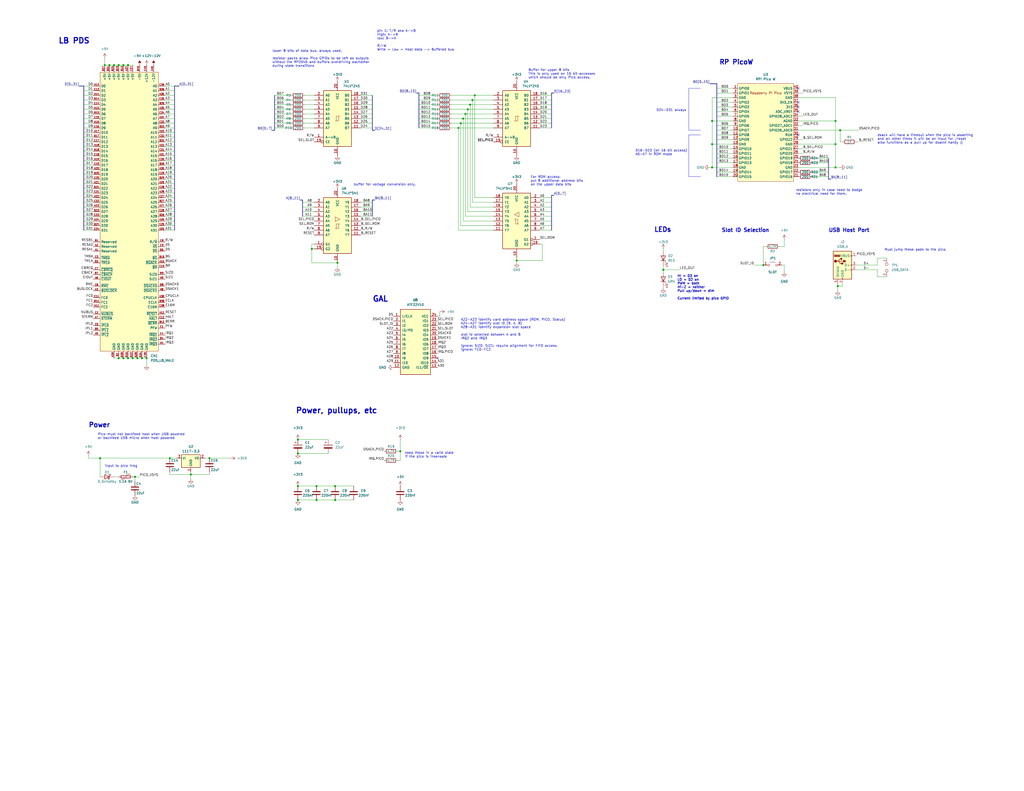
<source format=kicad_sch>
(kicad_sch (version 20230121) (generator eeschema)
  (paper "C")
  (title_block (title "PDSPico for 68030") (date "2024-02-27") (rev "v0.2") (company "zigzagjoe/MD"))
  (junction (at 59.69 35.56))
  (junction (at 416.56 144.78))
  (junction (at 162.56 247.65))
  (junction (at 172.72 265.43))
  (junction (at 455.93 78.74))
  (junction (at 104.14 259.08))
  (junction (at 455.93 66.04))
  (junction (at 182.88 265.43))
  (junction (at 388.62 78.74))
  (junction (at 254 62.23))
  (junction (at 92.71 250.19))
  (junction (at 67.31 35.56))
  (junction (at 251.46 67.31))
  (junction (at 457.2 156.21))
  (junction (at 77.47 195.58))
  (junction (at 388.62 91.44))
  (junction (at 69.85 35.56))
  (junction (at 114.3 250.19))
  (junction (at 80.01 195.58))
  (junction (at 252.73 64.77))
  (junction (at 73.66 260.35))
  (junction (at 218.44 246.38))
  (junction (at 67.31 195.58))
  (junction (at 458.47 71.12))
  (junction (at 162.56 265.43))
  (junction (at 54.61 250.19))
  (junction (at 184.15 143.51))
  (junction (at 172.72 273.05))
  (junction (at 257.81 54.61))
  (junction (at 388.62 66.04))
  (junction (at 170.18 135.89))
  (junction (at 64.77 195.58))
  (junction (at 259.08 52.07))
  (junction (at 162.56 240.03))
  (junction (at 255.27 59.69))
  (junction (at 62.23 35.56))
  (junction (at 72.39 195.58))
  (junction (at 74.93 195.58))
  (junction (at 57.15 35.56))
  (junction (at 64.77 35.56))
  (junction (at 162.56 273.05))
  (junction (at 256.54 57.15))
  (junction (at 361.95 147.32))
  (junction (at 69.85 195.58))
  (junction (at 250.19 69.85))
  (junction (at 281.94 142.24))
  (junction (at 455.93 91.44))
  (junction (at 182.88 273.05))
  (no_connect (at 435.61 58.42))
  (no_connect (at 435.61 48.26))
  (no_connect (at 238.76 195.58))
  (no_connect (at 435.61 60.96))
  (no_connect (at 435.61 73.66))
  (no_connect (at 435.61 55.88))
  (wire (pts (xy 62.23 195.58) (xy 64.77 195.58)))
  (wire (pts (xy 149.86 57.15) (xy 158.75 57.15)))
  (wire (pts (xy 467.36 77.47) (xy 468.63 77.47)))
  (wire (pts (xy 246.38 57.15) (xy 256.54 57.15)))
  (wire (pts (xy 391.16 81.28) (xy 400.05 81.28)))
  (wire (pts (xy 218.44 251.46) (xy 217.17 251.46)))
  (wire (pts (xy 246.38 67.31) (xy 251.46 67.31)))
  (wire (pts (xy 228.6 59.69) (xy 238.76 59.69)))
  (wire (pts (xy 257.81 54.61) (xy 269.24 54.61)))
  (bus (pts (xy 45.72 125.73) (xy 45.72 46.99)))
  (wire (pts (xy 443.23 86.36) (xy 452.12 86.36)))
  (wire (pts (xy 171.45 113.03) (xy 165.1 113.03)))
  (wire (pts (xy 95.25 115.57) (xy 90.17 115.57)))
  (wire (pts (xy 50.8 107.95) (xy 45.72 107.95)))
  (wire (pts (xy 259.08 107.95) (xy 259.08 52.07)))
  (wire (pts (xy 50.8 87.63) (xy 45.72 87.63)))
  (wire (pts (xy 391.16 58.42) (xy 400.05 58.42)))
  (wire (pts (xy 388.62 78.74) (xy 400.05 78.74)))
  (wire (pts (xy 246.38 64.77) (xy 252.73 64.77)))
  (wire (pts (xy 62.23 35.56) (xy 59.69 35.56)))
  (wire (pts (xy 228.6 64.77) (xy 238.76 64.77)))
  (wire (pts (xy 50.8 105.41) (xy 45.72 105.41)))
  (wire (pts (xy 269.24 107.95) (xy 259.08 107.95)))
  (wire (pts (xy 391.16 71.12) (xy 400.05 71.12)))
  (wire (pts (xy 54.61 260.35) (xy 54.61 250.19)))
  (wire (pts (xy 294.64 115.57) (xy 300.99 115.57)))
  (wire (pts (xy 50.8 49.53) (xy 45.72 49.53)))
  (wire (pts (xy 59.69 35.56) (xy 57.15 35.56)))
  (wire (pts (xy 50.8 62.23) (xy 45.72 62.23)))
  (wire (pts (xy 455.93 66.04) (xy 455.93 78.74)))
  (wire (pts (xy 387.35 91.44) (xy 388.62 91.44)))
  (bus (pts (xy 165.1 109.22) (xy 163.83 109.22)))
  (wire (pts (xy 467.36 144.78) (xy 478.79 144.78)))
  (wire (pts (xy 455.93 66.04) (xy 455.93 53.34)))
  (wire (pts (xy 416.56 134.62) (xy 417.83 134.62)))
  (wire (pts (xy 435.61 78.74) (xy 455.93 78.74)))
  (wire (pts (xy 95.25 77.47) (xy 90.17 77.47)))
  (wire (pts (xy 294.64 57.15) (xy 300.99 57.15)))
  (bus (pts (xy 203.2 109.22) (xy 204.47 109.22)))
  (wire (pts (xy 391.16 63.5) (xy 400.05 63.5)))
  (wire (pts (xy 172.72 265.43) (xy 182.88 265.43)))
  (bus (pts (xy 149.86 71.12) (xy 148.59 71.12)))
  (wire (pts (xy 391.16 76.2) (xy 400.05 76.2)))
  (wire (pts (xy 281.9725 143.51) (xy 281.94 143.51)))
  (bus (pts (xy 452.12 97.79) (xy 452.12 86.36)))
  (wire (pts (xy 69.85 195.58) (xy 72.39 195.58)))
  (wire (pts (xy 166.37 64.77) (xy 171.45 64.77)))
  (wire (pts (xy 259.08 52.07) (xy 269.24 52.07)))
  (wire (pts (xy 251.46 123.19) (xy 251.46 67.31)))
  (wire (pts (xy 269.24 120.65) (xy 252.73 120.65)))
  (wire (pts (xy 196.85 113.03) (xy 203.2 113.03)))
  (wire (pts (xy 95.25 57.15) (xy 90.17 57.15)))
  (wire (pts (xy 95.25 95.25) (xy 90.17 95.25)))
  (wire (pts (xy 281.94 143.51) (xy 281.94 142.24)))
  (wire (pts (xy 196.85 118.11) (xy 203.2 118.11)))
  (wire (pts (xy 104.14 259.08) (xy 104.14 261.62)))
  (wire (pts (xy 391.16 93.98) (xy 400.05 93.98)))
  (wire (pts (xy 95.25 120.65) (xy 90.17 120.65)))
  (wire (pts (xy 478.79 144.78) (xy 478.79 140.97)))
  (wire (pts (xy 294.64 67.31) (xy 300.99 67.31)))
  (wire (pts (xy 95.25 102.87) (xy 90.17 102.87)))
  (wire (pts (xy 228.6 62.23) (xy 238.76 62.23)))
  (wire (pts (xy 294.64 52.07) (xy 300.99 52.07)))
  (wire (pts (xy 459.74 154.94) (xy 459.74 156.21)))
  (wire (pts (xy 255.27 115.57) (xy 255.27 59.69)))
  (wire (pts (xy 77.47 195.58) (xy 80.01 195.58)))
  (bus (pts (xy 203.2 52.07) (xy 203.2 71.12)))
  (wire (pts (xy 240.03 172.72) (xy 238.76 172.72)))
  (wire (pts (xy 391.16 86.36) (xy 400.05 86.36)))
  (wire (pts (xy 443.23 93.98) (xy 452.12 93.98)))
  (wire (pts (xy 67.31 195.58) (xy 69.85 195.58)))
  (wire (pts (xy 361.95 156.21) (xy 361.95 157.48)))
  (wire (pts (xy 228.6 54.61) (xy 238.76 54.61)))
  (wire (pts (xy 50.8 100.33) (xy 45.72 100.33)))
  (wire (pts (xy 95.25 64.77) (xy 90.17 64.77)))
  (wire (pts (xy 50.8 69.85) (xy 45.72 69.85)))
  (wire (pts (xy 95.25 92.71) (xy 90.17 92.71)))
  (wire (pts (xy 240.03 170.18) (xy 240.03 172.72)))
  (wire (pts (xy 95.25 52.07) (xy 90.17 52.07)))
  (wire (pts (xy 92.71 259.08) (xy 104.14 259.08)))
  (wire (pts (xy 391.16 50.8) (xy 400.05 50.8)))
  (wire (pts (xy 391.16 55.88) (xy 400.05 55.88)))
  (wire (pts (xy 294.64 118.11) (xy 300.99 118.11)))
  (wire (pts (xy 166.37 52.07) (xy 171.45 52.07)))
  (bus (pts (xy 45.72 46.99) (xy 43.18 46.99)))
  (polyline (pts (xy 375.92 48.26) (xy 382.27 48.26)))
  (wire (pts (xy 459.74 77.47) (xy 458.47 77.47)))
  (wire (pts (xy 455.93 78.74) (xy 455.93 91.44)))
  (wire (pts (xy 50.8 113.03) (xy 45.72 113.03)))
  (wire (pts (xy 162.56 247.65) (xy 179.07 247.65)))
  (wire (pts (xy 95.25 59.69) (xy 90.17 59.69)))
  (wire (pts (xy 95.25 113.03) (xy 90.17 113.03)))
  (wire (pts (xy 170.18 135.89) (xy 170.18 143.51)))
  (wire (pts (xy 95.25 118.11) (xy 90.17 118.11)))
  (wire (pts (xy 427.99 134.62) (xy 425.45 134.62)))
  (wire (pts (xy 166.37 67.31) (xy 171.45 67.31)))
  (wire (pts (xy 95.25 110.49) (xy 90.17 110.49)))
  (wire (pts (xy 171.45 135.89) (xy 170.18 135.89)))
  (wire (pts (xy 478.79 140.97) (xy 483.87 140.97)))
  (wire (pts (xy 67.31 35.56) (xy 64.77 35.56)))
  (wire (pts (xy 269.24 118.11) (xy 254 118.11)))
  (wire (pts (xy 50.8 125.73) (xy 45.72 125.73)))
  (wire (pts (xy 166.37 57.15) (xy 171.45 57.15)))
  (wire (pts (xy 149.86 52.07) (xy 158.75 52.07)))
  (wire (pts (xy 435.61 76.2) (xy 438.15 76.2)))
  (wire (pts (xy 256.54 113.03) (xy 256.54 57.15)))
  (wire (pts (xy 95.25 105.41) (xy 90.17 105.41)))
  (wire (pts (xy 95.25 90.17) (xy 90.17 90.17)))
  (wire (pts (xy 269.24 123.19) (xy 251.46 123.19)))
  (wire (pts (xy 50.8 64.77) (xy 45.72 64.77)))
  (wire (pts (xy 391.16 96.52) (xy 400.05 96.52)))
  (wire (pts (xy 50.8 102.87) (xy 45.72 102.87)))
  (bus (pts (xy 300.99 125.73) (xy 300.99 106.68)))
  (bus (pts (xy 228.6 69.85) (xy 228.6 50.8)))
  (wire (pts (xy 294.64 125.73) (xy 300.99 125.73)))
  (wire (pts (xy 149.86 64.77) (xy 158.75 64.77)))
  (wire (pts (xy 50.8 90.17) (xy 45.72 90.17)))
  (wire (pts (xy 69.85 35.56) (xy 67.31 35.56)))
  (wire (pts (xy 254 62.23) (xy 269.24 62.23)))
  (wire (pts (xy 73.66 260.35) (xy 76.2 260.35)))
  (wire (pts (xy 95.25 82.55) (xy 90.17 82.55)))
  (polyline (pts (xy 382.27 96.52) (xy 375.92 96.52)))
  (polyline (pts (xy 375.92 71.12) (xy 375.92 48.26)))
  (wire (pts (xy 149.86 62.23) (xy 158.75 62.23)))
  (bus (pts (xy 453.39 97.79) (xy 452.12 97.79)))
  (wire (pts (xy 171.45 115.57) (xy 165.1 115.57)))
  (wire (pts (xy 50.8 80.01) (xy 45.72 80.01)))
  (bus (pts (xy 300.99 106.68) (xy 302.26 106.68)))
  (wire (pts (xy 196.85 69.85) (xy 203.2 69.85)))
  (wire (pts (xy 391.16 60.96) (xy 400.05 60.96)))
  (wire (pts (xy 166.37 59.69) (xy 171.45 59.69)))
  (wire (pts (xy 458.47 71.12) (xy 468.63 71.12)))
  (wire (pts (xy 149.86 69.85) (xy 158.75 69.85)))
  (wire (pts (xy 416.56 134.62) (xy 416.56 144.78)))
  (wire (pts (xy 246.38 54.61) (xy 257.81 54.61)))
  (wire (pts (xy 50.8 59.69) (xy 45.72 59.69)))
  (wire (pts (xy 50.8 54.61) (xy 45.72 54.61)))
  (wire (pts (xy 388.62 53.34) (xy 400.05 53.34)))
  (wire (pts (xy 95.25 54.61) (xy 90.17 54.61)))
  (wire (pts (xy 294.64 69.85) (xy 300.99 69.85)))
  (wire (pts (xy 95.25 80.01) (xy 90.17 80.01)))
  (bus (pts (xy 95.25 125.73) (xy 95.25 46.99)))
  (wire (pts (xy 72.39 35.56) (xy 69.85 35.56)))
  (wire (pts (xy 228.6 57.15) (xy 238.76 57.15)))
  (wire (pts (xy 391.16 48.26) (xy 400.05 48.26)))
  (wire (pts (xy 162.56 273.05) (xy 172.72 273.05)))
  (wire (pts (xy 95.25 62.23) (xy 90.17 62.23)))
  (wire (pts (xy 80.01 195.58) (xy 80.01 199.39)))
  (wire (pts (xy 361.95 147.32) (xy 370.84 147.32)))
  (wire (pts (xy 254 118.11) (xy 254 62.23)))
  (wire (pts (xy 57.15 31.75) (xy 57.15 35.56)))
  (wire (pts (xy 294.64 120.65) (xy 300.99 120.65)))
  (bus (pts (xy 149.86 52.07) (xy 149.86 71.12)))
  (wire (pts (xy 435.61 50.8) (xy 438.15 50.8)))
  (polyline (pts (xy 375.92 73.66) (xy 382.27 73.66)))
  (wire (pts (xy 64.77 195.58) (xy 67.31 195.58)))
  (wire (pts (xy 170.18 143.51) (xy 184.15 143.51)))
  (wire (pts (xy 228.6 69.85) (xy 238.76 69.85)))
  (wire (pts (xy 182.88 265.43) (xy 193.04 265.43)))
  (wire (pts (xy 48.26 250.19) (xy 48.26 248.92)))
  (wire (pts (xy 182.88 273.05) (xy 193.04 273.05)))
  (wire (pts (xy 269.24 115.57) (xy 255.27 115.57)))
  (wire (pts (xy 170.18 133.35) (xy 170.18 135.89)))
  (wire (pts (xy 95.25 49.53) (xy 90.17 49.53)))
  (wire (pts (xy 218.44 246.38) (xy 218.44 251.46)))
  (wire (pts (xy 252.73 120.65) (xy 252.73 64.77)))
  (wire (pts (xy 166.37 54.61) (xy 171.45 54.61)))
  (wire (pts (xy 184.15 146.05) (xy 184.15 143.51)))
  (wire (pts (xy 149.86 59.69) (xy 158.75 59.69)))
  (wire (pts (xy 427.99 148.59) (xy 427.99 144.78)))
  (wire (pts (xy 73.66 260.35) (xy 73.66 262.89)))
  (wire (pts (xy 255.27 59.69) (xy 269.24 59.69)))
  (wire (pts (xy 478.79 147.32) (xy 478.79 151.13)))
  (wire (pts (xy 95.25 97.79) (xy 90.17 97.79)))
  (wire (pts (xy 269.24 110.49) (xy 257.81 110.49)))
  (wire (pts (xy 455.93 53.34) (xy 435.61 53.34)))
  (wire (pts (xy 149.86 67.31) (xy 158.75 67.31)))
  (wire (pts (xy 104.14 259.08) (xy 104.14 257.81)))
  (wire (pts (xy 50.8 115.57) (xy 45.72 115.57)))
  (wire (pts (xy 294.64 64.77) (xy 300.99 64.77)))
  (wire (pts (xy 50.8 97.79) (xy 45.72 97.79)))
  (wire (pts (xy 294.64 62.23) (xy 300.99 62.23)))
  (wire (pts (xy 295.8775 142.24) (xy 281.94 142.24)))
  (wire (pts (xy 228.6 52.07) (xy 238.76 52.07)))
  (wire (pts (xy 361.95 144.78) (xy 361.95 147.32)))
  (wire (pts (xy 95.25 69.85) (xy 90.17 69.85)))
  (wire (pts (xy 95.25 74.93) (xy 90.17 74.93)))
  (wire (pts (xy 269.24 125.73) (xy 250.19 125.73)))
  (wire (pts (xy 64.77 260.35) (xy 62.23 260.35)))
  (wire (pts (xy 294.64 59.69) (xy 300.99 59.69)))
  (wire (pts (xy 435.61 81.28) (xy 438.15 81.28)))
  (wire (pts (xy 246.38 59.69) (xy 255.27 59.69)))
  (wire (pts (xy 217.17 246.38) (xy 218.44 246.38)))
  (wire (pts (xy 111.76 250.19) (xy 114.3 250.19)))
  (wire (pts (xy 294.64 113.03) (xy 300.99 113.03)))
  (wire (pts (xy 72.39 195.58) (xy 74.93 195.58)))
  (wire (pts (xy 294.64 107.95) (xy 300.99 107.95)))
  (bus (pts (xy 97.79 46.99) (xy 95.25 46.99)))
  (wire (pts (xy 95.25 85.09) (xy 90.17 85.09)))
  (wire (pts (xy 443.23 88.9) (xy 452.12 88.9)))
  (wire (pts (xy 478.79 151.13) (xy 483.87 151.13)))
  (wire (pts (xy 50.8 72.39) (xy 45.72 72.39)))
  (wire (pts (xy 92.71 250.19) (xy 96.52 250.19)))
  (wire (pts (xy 166.37 69.85) (xy 171.45 69.85)))
  (wire (pts (xy 218.44 240.03) (xy 218.44 246.38)))
  (wire (pts (xy 95.25 123.19) (xy 90.17 123.19)))
  (wire (pts (xy 196.85 67.31) (xy 203.2 67.31)))
  (wire (pts (xy 256.54 57.15) (xy 269.24 57.15)))
  (wire (pts (xy 50.8 95.25) (xy 45.72 95.25)))
  (wire (pts (xy 435.61 71.12) (xy 458.47 71.12)))
  (wire (pts (xy 114.3 259.08) (xy 114.3 257.81)))
  (wire (pts (xy 50.8 120.65) (xy 45.72 120.65)))
  (wire (pts (xy 391.16 83.82) (xy 400.05 83.82)))
  (polyline (pts (xy 382.27 71.12) (xy 375.92 71.12)))
  (wire (pts (xy 361.95 147.32) (xy 361.95 148.59)))
  (wire (pts (xy 257.81 110.49) (xy 257.81 54.61)))
  (wire (pts (xy 294.64 54.61) (xy 300.99 54.61)))
  (wire (pts (xy 54.61 250.19) (xy 92.71 250.19)))
  (wire (pts (xy 281.94 142.24) (xy 281.94 140.97)))
  (wire (pts (xy 171.45 118.11) (xy 165.1 118.11)))
  (wire (pts (xy 95.25 72.39) (xy 90.17 72.39)))
  (wire (pts (xy 196.85 62.23) (xy 203.2 62.23)))
  (bus (pts (xy 300.99 50.8) (xy 302.26 50.8)))
  (wire (pts (xy 196.85 59.69) (xy 203.2 59.69)))
  (wire (pts (xy 95.25 46.99) (xy 90.17 46.99)))
  (wire (pts (xy 95.25 107.95) (xy 90.17 107.95)))
  (wire (pts (xy 435.61 66.04) (xy 455.93 66.04)))
  (wire (pts (xy 391.16 68.58) (xy 400.05 68.58)))
  (wire (pts (xy 361.95 137.16) (xy 361.95 135.89)))
  (bus (pts (xy 165.1 109.22) (xy 165.1 118.11)))
  (wire (pts (xy 92.71 259.08) (xy 92.71 257.81)))
  (wire (pts (xy 295.8775 133.35) (xy 294.64 133.35)))
  (wire (pts (xy 50.8 92.71) (xy 45.72 92.71)))
  (wire (pts (xy 294.64 110.49) (xy 300.99 110.49)))
  (wire (pts (xy 196.85 64.77) (xy 203.2 64.77)))
  (wire (pts (xy 196.85 110.49) (xy 203.2 110.49)))
  (wire (pts (xy 196.85 115.57) (xy 203.2 115.57)))
  (wire (pts (xy 427.99 130.81) (xy 427.99 134.62)))
  (wire (pts (xy 435.61 68.58) (xy 438.15 68.58)))
  (wire (pts (xy 427.99 144.78) (xy 426.72 144.78)))
  (bus (pts (xy 203.2 109.22) (xy 203.2 118.11)))
  (wire (pts (xy 95.25 67.31) (xy 90.17 67.31)))
  (wire (pts (xy 64.77 35.56) (xy 62.23 35.56)))
  (wire (pts (xy 74.93 195.58) (xy 77.47 195.58)))
  (wire (pts (xy 50.8 57.15) (xy 45.72 57.15)))
  (polyline (pts (xy 375.92 96.52) (xy 375.92 73.66)))
  (wire (pts (xy 50.8 46.99) (xy 45.72 46.99)))
  (wire (pts (xy 50.8 52.07) (xy 45.72 52.07)))
  (wire (pts (xy 50.8 85.09) (xy 45.72 85.09)))
  (bus (pts (xy 391.16 45.72) (xy 387.35 45.72)))
  (wire (pts (xy 443.23 96.52) (xy 452.12 96.52)))
  (wire (pts (xy 166.37 62.23) (xy 171.45 62.23)))
  (wire (pts (xy 250.19 125.73) (xy 250.19 69.85)))
  (wire (pts (xy 388.62 91.44) (xy 400.05 91.44)))
  (wire (pts (xy 457.2 156.21) (xy 457.2 154.94)))
  (bus (pts (xy 203.2 71.12) (xy 204.47 71.12)))
  (wire (pts (xy 50.8 118.11) (xy 45.72 118.11)))
  (wire (pts (xy 391.16 73.66) (xy 400.05 73.66)))
  (bus (pts (xy 228.6 50.8) (xy 227.33 50.8)))
  (bus (pts (xy 300.99 69.85) (xy 300.99 50.8)))
  (wire (pts (xy 196.85 52.07) (xy 203.2 52.07)))
  (wire (pts (xy 388.62 78.74) (xy 388.62 66.04)))
  (wire (pts (xy 95.25 125.73) (xy 90.17 125.73)))
  (wire (pts (xy 294.64 123.19) (xy 300.99 123.19)))
  (wire (pts (xy 50.8 74.93) (xy 45.72 74.93)))
  (wire (pts (xy 171.45 133.35) (xy 170.18 133.35)))
  (wire (pts (xy 50.8 77.47) (xy 45.72 77.47)))
  (wire (pts (xy 50.8 67.31) (xy 45.72 67.31)))
  (wire (pts (xy 246.38 69.85) (xy 250.19 69.85)))
  (wire (pts (xy 388.62 78.74) (xy 388.62 91.44)))
  (wire (pts (xy 435.61 91.44) (xy 455.93 91.44)))
  (wire (pts (xy 50.8 123.19) (xy 45.72 123.19)))
  (wire (pts (xy 162.56 240.03) (xy 179.07 240.03)))
  (wire (pts (xy 196.85 54.61) (xy 203.2 54.61)))
  (wire (pts (xy 171.45 110.49) (xy 165.1 110.49)))
  (wire (pts (xy 104.14 259.08) (xy 114.3 259.08)))
  (bus (pts (xy 391.16 96.52) (xy 391.16 45.72)))
  (wire (pts (xy 228.6 67.31) (xy 238.76 67.31)))
  (wire (pts (xy 411.48 144.78) (xy 416.56 144.78)))
  (wire (pts (xy 269.24 113.03) (xy 256.54 113.03)))
  (wire (pts (xy 455.93 91.44) (xy 458.47 91.44)))
  (wire (pts (xy 458.47 77.47) (xy 458.47 71.12)))
  (wire (pts (xy 295.8775 133.35) (xy 295.8775 142.24)))
  (wire (pts (xy 50.8 110.49) (xy 45.72 110.49)))
  (wire (pts (xy 246.38 62.23) (xy 254 62.23)))
  (wire (pts (xy 149.86 54.61) (xy 158.75 54.61)))
  (wire (pts (xy 250.19 69.85) (xy 269.24 69.85)))
  (wire (pts (xy 162.56 265.43) (xy 172.72 265.43)))
  (wire (pts (xy 95.25 100.33) (xy 90.17 100.33)))
  (wire (pts (xy 435.61 83.82) (xy 438.15 83.82)))
  (wire (pts (xy 48.26 250.19) (xy 54.61 250.19)))
  (wire (pts (xy 467.36 147.32) (xy 478.79 147.32)))
  (wire (pts (xy 391.16 88.9) (xy 400.05 88.9)))
  (wire (pts (xy 459.74 156.21) (xy 457.2 156.21)))
  (wire (pts (xy 114.3 250.19) (xy 125.73 250.19)))
  (wire (pts (xy 251.46 67.31) (xy 269.24 67.31)))
  (wire (pts (xy 388.62 66.04) (xy 388.62 53.34)))
  (wire (pts (xy 72.39 260.35) (xy 73.66 260.35)))
  (wire (pts (xy 388.62 66.04) (xy 400.05 66.04)))
  (wire (pts (xy 95.25 87.63) (xy 90.17 87.63)))
  (wire (pts (xy 196.85 57.15) (xy 203.2 57.15)))
  (wire (pts (xy 435.61 63.5) (xy 438.15 63.5)))
  (wire (pts (xy 246.38 52.07) (xy 259.08 52.07)))
  (wire (pts (xy 172.72 273.05) (xy 182.88 273.05)))
  (wire (pts (xy 252.73 64.77) (xy 269.24 64.77)))
  (wire (pts (xy 457.2 158.75) (xy 457.2 156.21)))
  (wire (pts (xy 50.8 82.55) (xy 45.72 82.55)))
  (text "Buffer for upper 8 bits\nThis is only used on 16 bit accesses\nwhich should be only Pico access." (at 288.29 43.18 0) (effects (font (size 1.27 1.27)) (justify left bottom)))
  (text "D[16..23]" (at 302.26 50.8 0) (effects (font (size 1.27 1.27)) (justify left bottom)))
  (text "HI = D3 on\nLO = D2 on\nPWM = both\nHi-Z = neither\nPull up/down = dim\n\nCurrent limited by pico GPIO" (at 369.57 163.83 0) (effects (font (size 1.27 1.27) bold) (justify left bottom)))
  (text "input to pico Vreg" (at 57.15 255.27 0) (effects (font (size 1.27 1.27)) (justify left bottom)))
  (text "LEDs" (at 356.87 127 0) (effects (font (size 2.54 2.54) (thickness 0.508) bold) (justify left bottom)))
  (text "keep these in a valid state \nif the pico is insensate" (at 220.98 250.19 0) (effects (font (size 1.27 1.27)) (justify left bottom)))
  (text "D[24..31]" (at 204.47 71.12 0) (effects (font (size 1.27 1.27)) (justify left bottom)))
  (text "A22-A23 identify card address space (ROM, PICO, Status)\nA24-A27 identify slot ID (9, A, B)\nA28-A31 identify expansion slot space\n\nslot id selected between A and B\nIRQ2 and IRQ3 \n\nignore: SIZ0, SIZ1: require alignment for FIFO access\nignore: FC0-FC2" (at 251.46 191.77 0) (effects (font (size 1.27 1.27)) (justify left bottom)))
  (text "pin 1: T/R aka A->B\nHigh: A->B\nlow: B->A\n\nR/~W\nWrite = Low = Host data -> Buffered bus" (at 205.74 27.94 0) (effects (font (size 1.27 1.27)) (justify left bottom)))
  (text "Power" (at 48.26 233.68 0) (effects (font (size 2.54 2.54) (thickness 0.508) bold) (justify left bottom)))
  (text "USB Host Port" (at 452.12 127 0) (effects (font (size 2 2) (thickness 0.4) bold) (justify left bottom)))
  (text "Pico must not backfeed host when USB powered\nor backfeed USB micro when host powered" (at 53.34 240.03 0) (effects (font (size 1.27 1.27)) (justify left bottom)))
  (text "Power, pullups, etc" (at 161.29 226.06 0) (effects (font (size 3 3) (thickness 0.6) bold) (justify left bottom)))
  (text "For ROM access:\nput 8 additional address bits\non the upper data bits" (at 289.56 101.6 0) (effects (font (size 1.27 1.27)) (justify left bottom)))
  (text "Must jump these pads to the pico." (at 482.6 137.16 0) (effects (font (size 1.27 1.27)) (justify left bottom)))
  (text "D16-D23 (on 16 bit access)\nA0-A7 in ROM mode" (at 346.71 85.09 0) (effects (font (size 1.27 1.27)) (justify left bottom)))
  (text "buffer for voltage conversion only." (at 193.04 101.6 0) (effects (font (size 1.27 1.27)) (justify left bottom)))
  (text "LB PDS" (at 31.75 24.13 0) (effects (font (size 3 3) (thickness 0.6) bold) (justify left bottom)))
  (text "dsack will have a timeout when the pico is asserting\nand all other times it will be an input for /reset\nalso functions as a pull up for dsack! handy :)" (at 478.79 78.74 0) (effects (font (size 1.27 1.27)) (justify left bottom)))
  (text "GAL" (at 203.2 165.1 0) (effects (font (size 3 3) (thickness 0.6) bold) (justify left bottom)))
  (text "D24-D31 always" (at 358.14 60.96 0) (effects (font (size 1.27 1.27)) (justify left bottom)))
  (text "RP PicoW" (at 392.43 35.56 0) (effects (font (size 2.54 2.54) (thickness 0.508) bold) (justify left bottom)))
  (text "resistors only in case need to bodge \nno electrical need for them." (at 434.34 106.68 0) (effects (font (size 1.27 1.27)) (justify left bottom)))
  (text "lower 8 bits of data bus. always used.\n\nresistor packs allow Pico GPIOs to be left as outputs\nwithout the RP2040 and buffers overdriving eachother\nduring state transitions" (at 148.59 36.83 0) (effects (font (size 1.27 1.27)) (justify left bottom)))
  (text "Slot ID Selection" (at 393.7 127 0) (effects (font (size 2 2) (thickness 0.4) bold) (justify left bottom)))
  (label "BD5" (at 397.51 63.5 180))
  (label "R{slash}W" (at 269.24 74.93 180))
  (label "A28" (at 214.63 195.58 180))
  (label "D7" (at 50.8 64.77 180))
  (label "A16" (at 90.17 87.63 0))
  (label "A[0..31]" (at 97.79 46.99 0))
  (label "LED_OUT" (at 370.84 147.32 0))
  (label "A19" (at 90.17 95.25 0))
  (label "A30" (at 238.76 200.66 0))
  (label "D16" (at 294.64 52.07 0))
  (label "BD13" (at 397.51 88.9 180))
  (label "BR" (at 90.17 146.05 0))
  (label "A4" (at 294.64 118.11 0))
  (label "BA11" (at 198.12 118.11 0))
  (label "DSACK.PICO" (at 214.63 175.26 180))
  (label "STERM" (at 50.8 173.99 180))
  (label "D31" (at 200.66 52.07 180))
  (label "C16M" (at 90.17 167.64 0))
  (label "A27" (at 214.63 193.04 180))
  (label "A29" (at 90.17 120.65 0))
  (label "FC2" (at 50.8 167.64 180))
  (label "D15" (at 50.8 85.09 180))
  (label "A29" (at 214.63 198.12 180))
  (label "BD8" (at 234.95 52.07 180))
  (label "D4" (at 50.8 57.15 180))
  (label "PICO_VSYS" (at 467.36 139.7 0))
  (label "BUSLOCK" (at 50.8 158.75 180))
  (label "A27" (at 90.17 115.57 0))
  (label "A1" (at 90.17 49.53 0))
  (label "D25" (at 50.8 110.49 180))
  (label "A24" (at 214.63 185.42 180))
  (label "RESET" (at 171.45 128.27 180))
  (label "BD9" (at 234.95 54.61 180))
  (label "A3" (at 90.17 54.61 0))
  (label "IRQ3" (at 238.76 190.5 0))
  (label "DSACK.PICO" (at 209.55 246.38 180))
  (label "IRQ2" (at 238.76 187.96 0))
  (label "BD[0..15]" (at 387.35 45.72 180))
  (label "D21" (at 50.8 100.33 180))
  (label "BD12" (at 397.51 86.36 180))
  (label "SEL.PICO" (at 269.24 77.47 180))
  (label "SIZ0" (at 90.17 149.86 0))
  (label "A23" (at 214.63 182.88 180))
  (label "A13" (at 90.17 80.01 0))
  (label "FC1" (at 50.8 165.1 180))
  (label "D12" (at 50.8 77.47 180))
  (label "D29" (at 200.66 57.15 180))
  (label "BD15" (at 234.95 69.85 180))
  (label "BD0" (at 397.51 48.26 180))
  (label "SEL.PICO" (at 171.45 120.65 180))
  (label "B_SEL.PICO" (at 196.85 120.65 0))
  (label "A0" (at 90.17 46.99 0))
  (label "A6" (at 90.17 62.23 0))
  (label "IPL1" (at 50.8 180.34 180))
  (label "A14" (at 90.17 82.55 0))
  (label "SIZ1" (at 90.17 152.4 0))
  (label "BA8" (at 447.04 96.52 0))
  (label "D18" (at 294.64 57.15 0))
  (label "BD10" (at 234.95 57.15 180))
  (label "IPL0" (at 50.8 177.8 180))
  (label "BD2" (at 154.94 64.77 180))
  (label "D27" (at 50.8 115.57 180))
  (label "RESA2" (at 50.8 134.62 180))
  (label "D25" (at 200.66 67.31 180))
  (label "DS" (at 90.17 137.16 0))
  (label "A4" (at 90.17 57.15 0))
  (label "RESB1" (at 50.8 132.08 180))
  (label "IRQ.PICO" (at 238.76 193.04 0))
  (label "BD9" (at 397.51 76.2 180))
  (label "PICO_VSYS" (at 438.15 50.8 0))
  (label "D23" (at 294.64 69.85 0))
  (label "BD4" (at 397.51 60.96 180))
  (label "B_R{slash}W" (at 438.15 83.82 0))
  (label "AS" (at 90.17 134.62 0))
  (label "BA10" (at 198.12 115.57 0))
  (label "BD10" (at 397.51 81.28 180))
  (label "A7" (at 294.64 125.73 0))
  (label "D6" (at 50.8 62.23 180))
  (label "A5" (at 90.17 59.69 0))
  (label "D19" (at 294.64 59.69 0))
  (label "LED_OUT" (at 438.15 63.5 0))
  (label "A17" (at 90.17 90.17 0))
  (label "B_SEL.ROM" (at 438.15 76.2 0))
  (label "DSACK0" (at 90.17 156.21 0))
  (label "A1" (at 294.64 110.49 0))
  (label "D-" (at 471.17 147.32 0))
  (label "ECLK" (at 90.17 165.1 0))
  (label "BD[0..7]" (at 148.59 71.12 180))
  (label "IRQ2" (at 90.17 185.42 0))
  (label "D27" (at 200.66 62.23 180))
  (label "A31" (at 238.76 198.12 0))
  (label "IRQ1" (at 90.17 182.88 0))
  (label "CBREQ" (at 50.8 147.32 180))
  (label "A0" (at 294.64 107.95 0))
  (label "D22" (at 294.64 67.31 0))
  (label "D17" (at 294.64 54.61 0))
  (label "TM1A" (at 50.8 143.51 180))
  (label "PFW" (at 90.17 179.07 0))
  (label "IRQ3" (at 90.17 187.96 0))
  (label "PICO_VSYS" (at 76.2 260.35 0))
  (label "BD7" (at 154.94 52.07 180))
  (label "R{slash}W" (at 171.45 125.73 180))
  (label "SLOT_ID" (at 214.63 177.8 180))
  (label "SEL.SLOT" (at 238.76 180.34 0))
  (label "B_RESET" (at 468.63 77.47 0))
  (label "BGACK" (at 90.17 143.51 0))
  (label "A2" (at 90.17 52.07 0))
  (label "CBACK" (at 50.8 149.86 180))
  (label "A31" (at 90.17 125.73 0))
  (label "D14" (at 50.8 82.55 180))
  (label "D1" (at 50.8 49.53 180))
  (label "D9" (at 50.8 69.85 180))
  (label "D30" (at 50.8 123.19 180))
  (label "DSACK1" (at 90.17 158.75 0))
  (label "DSACK.PICO" (at 468.63 71.12 0))
  (label "A25" (at 214.63 187.96 180))
  (label "SLOT_ID" (at 411.48 144.78 180))
  (label "D11" (at 50.8 74.93 180))
  (label "D[0..31]" (at 43.18 46.99 180))
  (label "D+" (at 471.17 144.78 0))
  (label "A25" (at 90.17 110.49 0))
  (label "D26" (at 200.66 64.77 180))
  (label "DSACK1" (at 238.76 185.42 0))
  (label "BD8" (at 397.51 73.66 180))
  (label "D3" (at 50.8 54.61 180))
  (label "BA10" (at 447.04 88.9 0))
  (label "D31" (at 50.8 125.73 180))
  (label "BA9" (at 447.04 93.98 0))
  (label "BD15" (at 397.51 96.52 180))
  (label "A8" (at 170.18 110.49 180))
  (label "SEL.PICO" (at 269.24 77.47 180))
  (label "D2" (at 50.8 52.07 180))
  (label "BD0" (at 154.94 69.85 180))
  (label "IRQ.PICO" (at 209.55 251.46 180))
  (label "IRQ.PICO" (at 438.15 68.58 0))
  (label "D0" (at 50.8 46.99 180))
  (label "A[0..7]" (at 302.26 106.68 0))
  (label "SEL.PICO" (at 238.76 175.26 0))
  (label "D28" (at 50.8 118.11 180))
  (label "D16" (at 50.8 87.63 180))
  (label "CPUCLK" (at 90.17 162.56 0))
  (label "BD3" (at 397.51 58.42 180))
  (label "D19" (at 50.8 95.25 180))
  (label "A24" (at 90.17 107.95 0))
  (label "R{slash}W" (at 171.45 74.93 180))
  (label "BD11" (at 234.95 59.69 180))
  (label "BD1" (at 154.94 67.31 180))
  (label "A12" (at 90.17 77.47 0))
  (label "A11" (at 90.17 74.93 0))
  (label "D26" (at 50.8 113.03 180))
  (label "D23" (at 50.8 105.41 180))
  (label "B_SEL.ROM" (at 196.85 123.19 0))
  (label "BD2" (at 397.51 55.88 180))
  (label "A20" (at 90.17 97.79 0))
  (label "RMC" (at 50.8 156.21 180))
  (label "A23" (at 90.17 105.41 0))
  (label "A5" (at 294.64 120.65 0))
  (label "BERR" (at 90.17 176.53 0))
  (label "A18" (at 90.17 92.71 0))
  (label "D21" (at 294.64 64.77 0))
  (label "D20" (at 294.64 62.23 0))
  (label "D10" (at 50.8 72.39 180))
  (label "FC0" (at 50.8 162.56 180))
  (label "CIOUT" (at 50.8 152.4 180))
  (label "D30" (at 200.66 54.61 180))
  (label "BD6" (at 154.94 54.61 180))
  (label "DSACK0" (at 238.76 182.88 0))
  (label "D20" (at 50.8 97.79 180))
  (label "D28" (at 200.66 59.69 180))
  (label "BD4" (at 154.94 59.69 180))
  (label "A21" (at 90.17 100.33 0))
  (label "BD6" (at 397.51 68.58 180))
  (label "BD13" (at 234.95 64.77 180))
  (label "A2" (at 294.64 113.03 0))
  (label "A[8..11]" (at 163.83 109.22 180))
  (label "B_R{slash}W" (at 196.85 125.73 0))
  (label "A30" (at 90.17 123.19 0))
  (label "BD11" (at 397.51 83.82 180))
  (label "D22" (at 50.8 102.87 180))
  (label "BD12" (at 234.95 62.23 180))
  (label "BG" (at 90.17 140.97 0))
  (label "BD1" (at 397.51 50.8 180))
  (label "A22" (at 90.17 102.87 0))
  (label "A8" (at 90.17 67.31 0))
  (label "A3" (at 294.64 115.57 0))
  (label "A11" (at 170.18 118.11 180))
  (label "BD5" (at 154.94 57.15 180))
  (label "B_RESET" (at 196.85 128.27 0))
  (label "A26" (at 90.17 113.03 0))
  (label "NUBUS" (at 50.8 171.45 180))
  (label "B_SEL.PICO" (at 438.15 81.28 0))
  (label "BA11" (at 447.04 86.36 0))
  (label "TM0A" (at 50.8 140.97 180))
  (label "D17" (at 50.8 90.17 180))
  (label "A26" (at 214.63 190.5 180))
  (label "SEL.ROM" (at 294.64 130.81 0))
  (label "D8" (at 50.8 67.31 180))
  (label "IPL2" (at 50.8 182.88 180))
  (label "RESET" (at 90.17 171.45 0))
  (label "BD14" (at 234.95 67.31 180))
  (label "A6" (at 294.64 123.19 0))
  (label "A9" (at 90.17 69.85 0))
  (label "BA[8..11]" (at 204.47 109.22 0))
  (label "A15" (at 90.17 85.09 0))
  (label "BD14" (at 397.51 93.98 180))
  (label "A22" (at 214.63 180.34 180))
  (label "BD3" (at 154.94 62.23 180))
  (label "HALT" (at 90.17 173.99 0))
  (label "A10" (at 170.18 115.57 180))
  (label "D29" (at 50.8 120.65 180))
  (label "A10" (at 90.17 72.39 0))
  (label "D13" (at 50.8 80.01 180))
  (label "D24" (at 50.8 107.95 180))
  (label "SEL.ROM" (at 171.45 123.19 180))
  (label "A28" (at 90.17 118.11 0))
  (label "BD[8..15]" (at 227.33 50.8 180))
  (label "BA9" (at 198.12 113.03 0))
  (label "BA[8..11]" (at 453.39 97.79 0))
  (label "R{slash}W" (at 90.17 132.08 0))
  (label "A7" (at 90.17 64.77 0))
  (label "SEL.SLOT" (at 171.45 77.47 180))
  (label "A9" (at 170.18 113.03 180))
  (label "D5" (at 50.8 59.69 180))
  (label "BA8" (at 198.12 110.49 0))
  (label "SEL.ROM" (at 238.76 177.8 0))
  (label "D24" (at 200.66 69.85 180))
  (label "DS" (at 214.63 172.72 180))
  (label "BD7" (at 397.51 71.12 180))
  (label "RESA1" (at 50.8 137.16 180))
  (label "D18" (at 50.8 92.71 180))
  (symbol (lib_id "74xx:74LS541") (at 281.94 120.65 0) (mirror y) (unit 1)
    (property "Reference" "U7" (at 279.7459 100.33 0) (effects (justify left)))
    (property "Value" "74LV*541" (at 279.7459 102.87 0) (effects (justify left)))
    (property "Footprint" "Package_SO:SOIC-20W_7.5x12.8mm_P1.27mm" (effects hide))
    (property "Datasheet" "http://www.ti.com/lit/gpn/sn74LS541" (effects hide))
    (property "LCSC" "C2652110" (effects hide))
    (property "PartNumber" "SN74LVC541ADWR" (effects hide))
    (property "digikey" "296-8521-1-ND" (effects hide))
    (property "Manufacturer" "TI" (effects hide))
  )
  (symbol (lib_id "Device:R") (at 213.36 246.38 90) (unit 1)
    (property "Reference" "R19" (at 213.36 243.84 90))
    (property "Value" "4.7K" (at 213.36 246.38 90))
    (property "Footprint" "Resistor_SMD:R_0805_2012Metric_Pad1.20x1.40mm_HandSolder" (effects hide))
    (property "LCSC" "C17673" (effects hide))
    (property "PartNumber" "0805W8F4701T5E" (effects hide))
    (property "digikey" "311-4.70KCRCT-ND" (effects hide))
  )
  (symbol (lib_id "power:GND") (at 73.66 270.51 0) (mirror y) (unit 1)
    (property "Reference" "#PWR034" (effects hide))
    (property "Value" "GND" (at 73.66 274.32 0))
  )
  (symbol (lib_id "Device:C") (at 92.71 254 0) (unit 1)
    (property "Reference" "C14" (at 93.345 251.46 0) (effects (justify left)))
    (property "Value" "22uf" (at 93.345 256.54 0) (effects (justify left)))
    (property "Footprint" "Capacitor_SMD:C_0805_2012Metric" (effects hide))
    (property "LCSC" "C45783" (effects hide))
    (property "Manufacturer" "Samsung" (effects hide))
    (property "PartNumber" "CL21A226MAQNNNE" (effects hide))
    (property "digikey" "1276-CL21A226MAYNNNECT-ND" (effects hide))
  )
  (symbol (lib_id "Interware Booster:SE30_PDS") (at 71.12 33.02 0) (unit 1)
    (property "Reference" "CN1" (at 82.2041 194.31 0) (effects (justify left)))
    (property "Value" "PDS_LB_MALE" (at 82.2041 196.85 0) (effects (justify left)))
    (property "Footprint" "SockeBooster:650949-5 RA MALE" (effects hide))
    (property "Datasheet" "https://www.te.com/commerce/DocumentDelivery/DDEController?Action=srchrtrv&DocNm=650906&DocType=Customer+Drawing&DocLang=English" (effects hide))
    (property "LCSC" "C3652939" (effects hide))
    (property "PartNumber" "650906-5" (effects hide))
    (property "digikey" "A1277-ND" (effects hide))
    (property "Manufacturer" "TE Connectivity AMP Connectors" (effects hide))
  )
  (symbol (lib_id "power:+5V") (at 218.44 265.43 0) (unit 1)
    (property "Reference" "#PWR026" (effects hide))
    (property "Value" "+5V" (at 218.44 260.35 0))
  )
  (symbol (lib_id "power:GND") (at 361.95 157.48 0) (unit 1)
    (property "Reference" "#PWR017" (effects hide))
    (property "Value" "GND" (at 361.95 161.29 0))
  )
  (symbol (lib_id "Connector:USB_A") (at 459.74 144.78 0) (unit 1)
    (property "Reference" "J2" (at 459.74 132.08 0))
    (property "Value" "USB_A" (at 459.74 134.62 0))
    (property "Footprint" "SockeBooster:USB_A_Horizontal_Generic" (effects hide))
    (property "Datasheet" " ~" (effects hide))
    (property "digikey" "2987-CU01SAH0S00-ND" (effects hide))
    (property "LCSC" "C720525" (effects hide))
  )
  (symbol (lib_id "Device:R") (at 162.56 64.77 90) (unit 1)
    (property "Reference" "R8" (at 157.48 64.77 90))
    (property "Value" "200" (at 162.56 64.77 90))
    (property "Footprint" "Resistor_SMD:R_0805_2012Metric_Pad1.20x1.40mm_HandSolder" (effects hide))
    (property "LCSC" "C17540" (effects hide))
    (property "PartNumber" "0805W8F2000T5E" (effects hide))
    (property "digikey" "311-220CRCT-ND" (effects hide))
  )
  (symbol (lib_id "power:-5V") (at 76.2 35.56 0) (unit 1)
    (property "Reference" "#PWR030" (effects hide))
    (property "Value" "-5V" (at 74.93 30.48 0))
  )
  (symbol (lib_id "Device:R") (at 162.56 69.85 90) (unit 1)
    (property "Reference" "R10" (at 157.48 69.85 90))
    (property "Value" "200" (at 162.56 69.85 90))
    (property "Footprint" "Resistor_SMD:R_0805_2012Metric_Pad1.20x1.40mm_HandSolder" (effects hide))
    (property "LCSC" "C17540" (effects hide))
    (property "PartNumber" "0805W8F2000T5E" (effects hide))
    (property "digikey" "311-220CRCT-ND" (effects hide))
  )
  (symbol (lib_id "Device:R") (at 242.57 54.61 90) (unit 1)
    (property "Reference" "R12" (at 237.49 54.61 90))
    (property "Value" "200" (at 242.57 54.61 90))
    (property "Footprint" "Resistor_SMD:R_0805_2012Metric_Pad1.20x1.40mm_HandSolder" (effects hide))
    (property "LCSC" "C17540" (effects hide))
    (property "PartNumber" "0805W8F2000T5E" (effects hide))
    (property "digikey" "311-220CRCT-ND" (effects hide))
  )
  (symbol (lib_id "74xx:74LS541") (at 184.15 123.19 0) (unit 1)
    (property "Reference" "U6" (at 186.3441 102.87 0) (effects (justify left)))
    (property "Value" "74LV*541" (at 186.3441 105.41 0) (effects (justify left)))
    (property "Footprint" "Package_SO:SOIC-20W_7.5x12.8mm_P1.27mm" (effects hide))
    (property "Datasheet" "http://www.ti.com/lit/gpn/sn74LS541" (effects hide))
    (property "LCSC" "C2652110" (effects hide))
    (property "PartNumber" "SN74LVC541ADWR" (effects hide))
    (property "digikey" "296-8521-1-ND" (effects hide))
    (property "Manufacturer" "TI" (effects hide))
  )
  (symbol (lib_id "power:GND") (at 281.94 85.09 0) (unit 1)
    (property "Reference" "#PWR020" (effects hide))
    (property "Value" "GND" (at 281.94 88.9 0))
  )
  (symbol (lib_id "Device:R") (at 439.42 86.36 270) (unit 1)
    (property "Reference" "R24" (at 444.5 86.36 90))
    (property "Value" "200" (at 439.42 86.36 90))
    (property "Footprint" "Resistor_SMD:R_0805_2012Metric_Pad1.20x1.40mm_HandSolder" (effects hide))
    (property "LCSC" "C17540" (effects hide))
    (property "PartNumber" "0805W8F2000T5E" (effects hide))
    (property "digikey" "311-220CRCT-ND" (effects hide))
  )
  (symbol (lib_id "Device:R") (at 242.57 67.31 90) (unit 1)
    (property "Reference" "R17" (at 237.49 67.31 90))
    (property "Value" "200" (at 242.57 67.31 90))
    (property "Footprint" "Resistor_SMD:R_0805_2012Metric_Pad1.20x1.40mm_HandSolder" (effects hide))
    (property "LCSC" "C17540" (effects hide))
    (property "PartNumber" "0805W8F2000T5E" (effects hide))
    (property "digikey" "311-220CRCT-ND" (effects hide))
  )
  (symbol (lib_id "Device:R") (at 162.56 52.07 90) (unit 1)
    (property "Reference" "R3" (at 157.48 52.07 90))
    (property "Value" "200" (at 162.56 52.07 90))
    (property "Footprint" "Resistor_SMD:R_0805_2012Metric_Pad1.20x1.40mm_HandSolder" (effects hide))
    (property "LCSC" "C17540" (effects hide))
    (property "PartNumber" "0805W8F2000T5E" (effects hide))
    (property "digikey" "311-220CRCT-ND" (effects hide))
  )
  (symbol (lib_id "power:GND") (at 457.2 158.75 0) (mirror y) (unit 1)
    (property "Reference" "#PWR033" (effects hide))
    (property "Value" "GND" (at 457.2 162.56 0))
  )
  (symbol (lib_id "power:+12V") (at 80.01 35.56 0) (unit 1)
    (property "Reference" "#PWR031" (effects hide))
    (property "Value" "+12V" (at 80.01 30.48 0))
  )
  (symbol (lib_id "Device:Polyfuse") (at 68.58 260.35 90) (unit 1)
    (property "Reference" "F1" (at 68.58 257.81 90))
    (property "Value" "1.1A 6V" (at 68.58 262.89 90))
    (property "Footprint" "Fuse:Fuse_1210_3225Metric_Pad1.42x2.65mm_HandSolder" (effects hide))
    (property "LCSC" "C2649912" (effects hide))
    (property "PartNumber" "MICROSMD110F-2" (effects hide))
    (property "digikey" "MICROSMD110F-2TR-ND" (effects hide))
  )
  (symbol (lib_id "Jumper:Jumper_2_Open") (at 421.64 144.78 0) (unit 1)
    (property "Reference" "JP1" (at 421.64 140.97 0))
    (property "Value" "SLOT" (at 421.64 148.59 0))
    (property "Footprint" "Connector_PinHeader_2.54mm:PinHeader_1x02_P2.54mm_Vertical" (effects hide))
    (property "LCSC" "N/A" (effects hide))
    (property "digikey" "732-5315-ND" (effects hide))
  )
  (symbol (lib_id "Device:R") (at 162.56 57.15 90) (unit 1)
    (property "Reference" "R5" (at 157.48 57.15 90))
    (property "Value" "200" (at 162.56 57.15 90))
    (property "Footprint" "Resistor_SMD:R_0805_2012Metric_Pad1.20x1.40mm_HandSolder" (effects hide))
    (property "LCSC" "C17540" (effects hide))
    (property "PartNumber" "0805W8F2000T5E" (effects hide))
    (property "digikey" "311-220CRCT-ND" (effects hide))
  )
  (symbol (lib_id "power:GND") (at 281.9725 143.51 0) (mirror y) (unit 1)
    (property "Reference" "#PWR019" (effects hide))
    (property "Value" "GND" (at 281.9725 147.32 0))
  )
  (symbol (lib_id "Device:C") (at 162.56 269.24 0) (unit 1)
    (property "Reference" "C6" (at 166.37 267.97 0) (effects (justify left)))
    (property "Value" "220nf" (at 165.1 270.51 0) (effects (justify left)))
    (property "Footprint" "Capacitor_SMD:C_0805_2012Metric" (effects hide))
    (property "LCSC" "C5378" (effects hide))
    (property "Manufacturer" "Samsung" (effects hide))
    (property "PartNumber" "CL21B224KBFNNNE" (effects hide))
    (property "digikey" "1276-1093-1-ND" (effects hide))
  )
  (symbol (lib_id "power:-12V") (at 83.82 35.56 0) (unit 1)
    (property "Reference" "#PWR032" (effects hide))
    (property "Value" "-12V" (at 85.09 30.48 0))
  )
  (symbol (lib_id "Device:C_Polarized") (at 179.07 243.84 0) (unit 1)
    (property "Reference" "C2" (at 182.88 241.681 0) (effects (justify left)))
    (property "Value" "22uF" (at 182.88 244.221 0) (effects (justify left)))
    (property "Footprint" "Capacitor_SMD:C_0805_2012Metric" (effects hide))
    (property "LCSC" "C45783" (effects hide))
    (property "Manufacturer" "Samsung" (effects hide))
    (property "PartNumber" "CL21A226MAQNNNE" (effects hide))
    (property "digikey" "1276-CL21A226MAYNNNECT-ND" (effects hide))
  )
  (symbol (lib_id "Device:R") (at 162.56 62.23 90) (unit 1)
    (property "Reference" "R7" (at 157.48 62.23 90))
    (property "Value" "200" (at 162.56 62.23 90))
    (property "Footprint" "Resistor_SMD:R_0805_2012Metric_Pad1.20x1.40mm_HandSolder" (effects hide))
    (property "LCSC" "C17540" (effects hide))
    (property "PartNumber" "0805W8F2000T5E" (effects hide))
    (property "digikey" "311-220CRCT-ND" (effects hide))
  )
  (symbol (lib_id "power:+3V3") (at 184.15 44.45 0) (unit 1)
    (property "Reference" "#PWR022" (effects hide))
    (property "Value" "+3V3" (at 184.15 40.64 0))
  )
  (symbol (lib_id "Device:C") (at 172.72 269.24 0) (unit 1)
    (property "Reference" "C7" (at 176.53 267.97 0) (effects (justify left)))
    (property "Value" "220nf" (at 175.26 270.51 0) (effects (justify left)))
    (property "Footprint" "Capacitor_SMD:C_0805_2012Metric" (effects hide))
    (property "LCSC" "C5378" (effects hide))
    (property "Manufacturer" "Samsung" (effects hide))
    (property "PartNumber" "CL21B224KBFNNNE" (effects hide))
    (property "digikey" "1276-1093-1-ND" (effects hide))
  )
  (symbol (lib_id "Device:R") (at 439.42 96.52 270) (unit 1)
    (property "Reference" "R21" (at 444.5 96.52 90))
    (property "Value" "200" (at 439.42 96.52 90))
    (property "Footprint" "Resistor_SMD:R_0805_2012Metric_Pad1.20x1.40mm_HandSolder" (effects hide))
    (property "LCSC" "C17540" (effects hide))
    (property "PartNumber" "0805W8F2000T5E" (effects hide))
    (property "digikey" "311-220CRCT-ND" (effects hide))
  )
  (symbol (lib_id "power:+3V3") (at 361.95 135.89 0) (unit 1)
    (property "Reference" "#PWR016" (effects hide))
    (property "Value" "+3V3" (at 361.95 132.08 0))
  )
  (symbol (lib_id "Device:R") (at 213.36 251.46 270) (mirror x) (unit 1)
    (property "Reference" "R20" (at 213.36 248.92 90))
    (property "Value" "4.7K" (at 213.36 251.46 90))
    (property "Footprint" "Resistor_SMD:R_0805_2012Metric_Pad1.20x1.40mm_HandSolder" (effects hide))
    (property "LCSC" "C17673" (effects hide))
    (property "PartNumber" "0805W8F4701T5E" (effects hide))
    (property "digikey" "311-4.70KCRCT-ND" (effects hide))
  )
  (symbol (lib_id "74xx:74LS245") (at 184.15 64.77 0) (unit 1)
    (property "Reference" "U1" (at 189.23 44.45 0))
    (property "Value" "74LV*245" (at 191.77 46.99 0))
    (property "Footprint" "Package_SO:SOIC-20W_7.5x12.8mm_P1.27mm" (effects hide))
    (property "Datasheet" "http://www.ti.com/lit/gpn/sn74LS245" (effects hide))
    (property "LCSC" "C571201" (effects hide))
    (property "Manufacturer" "TI" (effects hide))
    (property "PartNumber" "SN74LVC245ADWR" (effects hide))
    (property "digikey" "1727-6372-2-ND" (effects hide))
    (property "JLCPCBCORRECT" "0;0;-90" (effects hide))
  )
  (symbol (lib_id "power:+3V3") (at 281.94 100.33 0) (mirror y) (unit 1)
    (property "Reference" "#PWR04" (effects hide))
    (property "Value" "+3V3" (at 281.94 96.52 0))
  )
  (symbol (lib_id "power:GND") (at 80.01 199.39 0) (unit 1)
    (property "Reference" "#PWR027" (effects hide))
    (property "Value" "GND" (effects hide))
  )
  (symbol (lib_id "power:GND") (at 458.47 91.44 90) (mirror x) (unit 1)
    (property "Reference" "#PWR014" (effects hide))
    (property "Value" "GND" (at 463.55 91.44 90))
  )
  (symbol (lib_id "Device:R") (at 242.57 62.23 90) (unit 1)
    (property "Reference" "R15" (at 237.49 62.23 90))
    (property "Value" "200" (at 242.57 62.23 90))
    (property "Footprint" "Resistor_SMD:R_0805_2012Metric_Pad1.20x1.40mm_HandSolder" (effects hide))
    (property "LCSC" "C17540" (effects hide))
    (property "PartNumber" "0805W8F2000T5E" (effects hide))
    (property "digikey" "311-220CRCT-ND" (effects hide))
  )
  (symbol (lib_id "power:+3V3") (at 162.56 240.03 0) (mirror y) (unit 1)
    (property "Reference" "#PWR08" (effects hide))
    (property "Value" "+3V3" (at 162.56 233.68 0))
  )
  (symbol (lib_id "74xx:74LS245") (at 281.94 64.77 0) (unit 1)
    (property "Reference" "U4" (at 287.02 44.45 0))
    (property "Value" "74LV*245" (at 289.56 46.99 0))
    (property "Footprint" "Package_SO:SOIC-20W_7.5x12.8mm_P1.27mm" (effects hide))
    (property "Datasheet" "http://www.ti.com/lit/gpn/sn74LS245" (effects hide))
    (property "LCSC" "C571201" (effects hide))
    (property "Manufacturer" "TI" (effects hide))
    (property "PartNumber" "SN74LVC245ADWR" (effects hide))
    (property "digikey" "1727-6372-2-ND" (effects hide))
    (property "JLCPCBCORRECT" "0;0;-90" (effects hide))
  )
  (symbol (lib_id "Interware Booster:GAL22V10B") (at 227.33 189.23 0) (unit 1)
    (property "Reference" "U5" (at 226.695 163.83 0) (effects (font bold)))
    (property "Value" "ATF22V10" (at 226.695 166.37 0))
    (property "Footprint" "Package_DIP:DIP-24_W7.62mm_Socket" (effects hide))
    (property "LCSC" "C146581" (effects hide))
    (property "digikey" "2057-ICS-324-T-ND & ATF22V10C-10PU-ND" (effects hide))
    (property "Manufacturer" "Atmel" (effects hide))
  )
  (symbol (lib_id "Device:C") (at 182.88 269.24 0) (unit 1)
    (property "Reference" "C8" (at 186.69 267.97 0) (effects (justify left)))
    (property "Value" "220nf" (at 185.42 270.51 0) (effects (justify left)))
    (property "Footprint" "Capacitor_SMD:C_0805_2012Metric" (effects hide))
    (property "LCSC" "C5378" (effects hide))
    (property "Manufacturer" "Samsung" (effects hide))
    (property "PartNumber" "CL21B224KBFNNNE" (effects hide))
    (property "digikey" "1276-1093-1-ND" (effects hide))
  )
  (symbol (lib_id "power:GND") (at 184.15 85.09 0) (unit 1)
    (property "Reference" "#PWR023" (effects hide))
    (property "Value" "GND" (at 184.15 88.9 0))
  )
  (symbol (lib_id "Device:LED") (at 361.95 152.4 90) (unit 1)
    (property "Reference" "D3" (at 367.03 151.13 90) (effects (justify left)))
    (property "Value" "GRN" (at 368.3 153.67 90) (effects (justify left)))
    (property "Footprint" "LED_SMD:LED_0805_2012Metric_Pad1.15x1.40mm_HandSolder" (effects hide))
    (property "LCSC" "C2297" (effects hide))
    (property "digikey" "3147-B1701USD-20D000114U1930CT-ND" (effects hide))
  )
  (symbol (lib_id "power:GND") (at 184.15 146.05 0) (unit 1)
    (property "Reference" "#PWR05" (effects hide))
    (property "Value" "GND" (at 184.15 149.86 0))
  )
  (symbol (lib_id "power:+3V3") (at 125.73 250.19 270) (mirror x) (unit 1)
    (property "Reference" "#PWR07" (effects hide))
    (property "Value" "+3V3" (at 132.08 250.19 90))
  )
  (symbol (lib_id "power:GND") (at 387.35 91.44 270) (unit 1)
    (property "Reference" "#PWR013" (effects hide))
    (property "Value" "GND" (at 382.27 91.44 90))
  )
  (symbol (lib_id "Device:R") (at 162.56 59.69 90) (unit 1)
    (property "Reference" "R6" (at 157.48 59.69 90))
    (property "Value" "200" (at 162.56 59.69 90))
    (property "Footprint" "Resistor_SMD:R_0805_2012Metric_Pad1.20x1.40mm_HandSolder" (effects hide))
    (property "LCSC" "C17540" (effects hide))
    (property "PartNumber" "0805W8F2000T5E" (effects hide))
    (property "digikey" "311-220CRCT-ND" (effects hide))
  )
  (symbol (lib_id "Device:R") (at 162.56 54.61 90) (unit 1)
    (property "Reference" "R4" (at 157.48 54.61 90))
    (property "Value" "200" (at 162.56 54.61 90))
    (property "Footprint" "Resistor_SMD:R_0805_2012Metric_Pad1.20x1.40mm_HandSolder" (effects hide))
    (property "LCSC" "C17540" (effects hide))
    (property "PartNumber" "0805W8F2000T5E" (effects hide))
    (property "digikey" "311-220CRCT-ND" (effects hide))
  )
  (symbol (lib_id "Device:C") (at 114.3 254 0) (unit 1)
    (property "Reference" "C15" (at 114.935 251.46 0) (effects (justify left)))
    (property "Value" "22uf" (at 114.935 256.54 0) (effects (justify left)))
    (property "Footprint" "Capacitor_SMD:C_0805_2012Metric" (effects hide))
    (property "LCSC" "C45783" (effects hide))
    (property "Manufacturer" "Samsung" (effects hide))
    (property "PartNumber" "CL21A226MAQNNNE" (effects hide))
    (property "digikey" "1276-CL21A226MAYNNNECT-ND" (effects hide))
  )
  (symbol (lib_id "power:+3V3") (at 184.15 102.87 0) (unit 1)
    (property "Reference" "#PWR02" (effects hide))
    (property "Value" "+3V3" (at 184.15 99.06 0))
  )
  (symbol (lib_id "Device:C_Polarized") (at 162.56 243.84 0) (unit 1)
    (property "Reference" "C1" (at 166.37 241.681 0) (effects (justify left)))
    (property "Value" "22uF" (at 166.37 244.221 0) (effects (justify left)))
    (property "Footprint" "Capacitor_SMD:C_0805_2012Metric" (effects hide))
    (property "LCSC" "C45783" (effects hide))
    (property "Manufacturer" "Samsung" (effects hide))
    (property "PartNumber" "CL21A226MAQNNNE" (effects hide))
    (property "digikey" "1276-CL21A226MAYNNNECT-ND" (effects hide))
  )
  (symbol (lib_id "Interware Booster:Pico") (at 417.83 72.39 0) (unit 1)
    (property "Reference" "U3" (at 417.83 40.64 0))
    (property "Value" "RPI Pico W" (at 417.83 43.18 0))
    (property "Footprint" "SockeBooster:RPi_Pico_SMD" (effects hide))
    (property "LCSC" "N/A" (effects hide))
    (property "PartNumber" "PICOW" (effects hide))
    (property "digikey" "2648-SC0918CT-ND" (effects hide))
    (property "Manufacturer" "Raspberry Pi" (effects hide))
  )
  (symbol (lib_id "Device:LED") (at 361.95 140.97 90) (unit 1)
    (property "Reference" "D2" (at 364.49 139.7 90) (effects (justify right)))
    (property "Value" "RED" (at 364.49 142.24 90) (effects (justify right)))
    (property "Footprint" "LED_SMD:LED_0805_2012Metric_Pad1.15x1.40mm_HandSolder" (effects hide))
    (property "LCSC" "C84256" (effects hide))
    (property "digikey" "3147-B1701NG--20D000314U1930CT-ND" (effects hide))
  )
  (symbol (lib_id "Device:R") (at 242.57 52.07 90) (unit 1)
    (property "Reference" "R11" (at 237.49 52.07 90))
    (property "Value" "200" (at 242.57 52.07 90))
    (property "Footprint" "Resistor_SMD:R_0805_2012Metric_Pad1.20x1.40mm_HandSolder" (effects hide))
    (property "LCSC" "C17540" (effects hide))
    (property "PartNumber" "0805W8F2000T5E" (effects hide))
    (property "digikey" "311-220CRCT-ND" (effects hide))
  )
  (symbol (lib_id "power:GND") (at 162.56 273.05 0) (unit 1)
    (property "Reference" "#PWR011" (effects hide))
    (property "Value" "GND" (at 162.56 278.13 0))
  )
  (symbol (lib_id "power:+5V") (at 240.03 170.18 270) (unit 1)
    (property "Reference" "#PWR01" (effects hide))
    (property "Value" "+5V" (at 243.84 170.18 90) (effects (justify left)))
  )
  (symbol (lib_id "Device:R") (at 242.57 59.69 90) (unit 1)
    (property "Reference" "R14" (at 237.49 59.69 90))
    (property "Value" "200" (at 242.57 59.69 90))
    (property "Footprint" "Resistor_SMD:R_0805_2012Metric_Pad1.20x1.40mm_HandSolder" (effects hide))
    (property "LCSC" "C17540" (effects hide))
    (property "PartNumber" "0805W8F2000T5E" (effects hide))
    (property "digikey" "311-220CRCT-ND" (effects hide))
  )
  (symbol (lib_id "power:+5V") (at 57.15 31.75 0) (unit 1)
    (property "Reference" "#PWR029" (effects hide))
    (property "Value" "+5V" (at 57.15 26.67 0))
  )
  (symbol (lib_id "power:GND") (at 104.14 261.62 0) (unit 1)
    (property "Reference" "#PWR012" (effects hide))
    (property "Value" "GND" (at 104.14 265.43 0))
  )
  (symbol (lib_id "Device:R") (at 162.56 67.31 90) (unit 1)
    (property "Reference" "R9" (at 157.48 67.31 90))
    (property "Value" "200" (at 162.56 67.31 90))
    (property "Footprint" "Resistor_SMD:R_0805_2012Metric_Pad1.20x1.40mm_HandSolder" (effects hide))
    (property "LCSC" "C17540" (effects hide))
    (property "PartNumber" "0805W8F2000T5E" (effects hide))
    (property "digikey" "311-220CRCT-ND" (effects hide))
  )
  (symbol (lib_id "Regulator_Linear:AMS1117-3.3") (at 104.14 250.19 0) (unit 1)
    (property "Reference" "U2" (at 104.14 243.84 0))
    (property "Value" "1117-3.3" (at 104.14 246.38 0))
    (property "Footprint" "Package_TO_SOT_SMD:SOT-223-3_TabPin2" (effects hide))
    (property "LCSC" "C6186" (effects hide))
    (property "digikey" "4518-AMS1117-3.3CT-ND" (effects hide))
    (property "Manufacturer" "UMW" (effects hide))
  )
  (symbol (lib_id "power:+3V3") (at 218.44 240.03 0) (mirror y) (unit 1)
    (property "Reference" "#PWR015" (effects hide))
    (property "Value" "+3V3" (at 218.44 233.68 0))
  )
  (symbol (lib_id "power:+3V3") (at 281.94 44.45 0) (unit 1)
    (property "Reference" "#PWR018" (effects hide))
    (property "Value" "+3V3" (at 281.94 40.64 0))
  )
  (symbol (lib_id "power:GND") (at 427.99 148.59 0) (unit 1)
    (property "Reference" "#PWR024" (effects hide))
    (property "Value" "GND" (at 427.99 153.67 0))
  )
  (symbol (lib_id "Connector:TestPoint_2Pole") (at 483.87 146.05 270) (unit 1)
    (property "Reference" "TP1" (at 486.41 144.78 90) (effects (justify left)))
    (property "Value" "USB_DATA" (at 486.41 147.32 90) (effects (justify left)))
    (property "Footprint" "SockeBooster:TestPoint-2 RRect 1.5mmX2mm" (effects hide))
    (property "LCSC" "N/A" (effects hide))
    (property "digikey" "N/A" (effects hide))
    (property "Manufacturer" "N/A" (effects hide))
    (property "PartNumber" "N/A" (effects hide))
  )
  (symbol (lib_id "Device:C") (at 193.04 269.24 0) (unit 1)
    (property "Reference" "C9" (at 196.85 267.97 0) (effects (justify left)))
    (property "Value" "220nf" (at 195.58 270.51 0) (effects (justify left)))
    (property "Footprint" "Capacitor_SMD:C_0805_2012Metric" (effects hide))
    (property "LCSC" "C5378" (effects hide))
    (property "Manufacturer" "Samsung" (effects hide))
    (property "PartNumber" "CL21B224KBFNNNE" (effects hide))
    (property "digikey" "1276-1093-1-ND" (effects hide))
  )
  (symbol (lib_id "Device:C") (at 218.44 269.24 0) (unit 1)
    (property "Reference" "C3" (at 222.25 267.97 0) (effects (justify left)))
    (property "Value" "220nf" (at 220.98 270.51 0) (effects (justify left)))
    (property "Footprint" "Capacitor_SMD:C_0805_2012Metric" (effects hide))
    (property "LCSC" "C5378" (effects hide))
    (property "Manufacturer" "Samsung" (effects hide))
    (property "PartNumber" "CL21B224KBFNNNE" (effects hide))
    (property "digikey" "1276-1093-1-ND" (effects hide))
  )
  (symbol (lib_id "Device:R") (at 463.55 77.47 90) (unit 1)
    (property "Reference" "R1" (at 463.55 74.93 90))
    (property "Value" "1K" (at 463.55 77.47 90))
    (property "Footprint" "Resistor_SMD:R_0805_2012Metric_Pad1.20x1.40mm_HandSolder" (effects hide))
    (property "LCSC" "C17513" (effects hide))
    (property "PartNumber" "0805W8F1001T5E" (effects hide))
    (property "digikey" "311-1.00KCRCT-ND" (effects hide))
  )
  (symbol (lib_id "Device:C") (at 73.66 266.7 0) (unit 1)
    (property "Reference" "C4" (at 74.295 264.16 0) (effects (justify left)))
    (property "Value" "22uf" (at 74.295 269.24 0) (effects (justify left)))
    (property "Footprint" "Capacitor_SMD:C_0805_2012Metric" (effects hide))
    (property "LCSC" "C45783" (effects hide))
    (property "Manufacturer" "Samsung" (effects hide))
    (property "PartNumber" "CL21A226MAQNNNE" (effects hide))
    (property "digikey" "1276-CL21A226MAYNNNECT-ND" (effects hide))
  )
  (symbol (lib_id "Device:R") (at 242.57 69.85 90) (unit 1)
    (property "Reference" "R18" (at 237.49 69.85 90))
    (property "Value" "200" (at 242.57 69.85 90))
    (property "Footprint" "Resistor_SMD:R_0805_2012Metric_Pad1.20x1.40mm_HandSolder" (effects hide))
    (property "LCSC" "C17540" (effects hide))
    (property "PartNumber" "0805W8F2000T5E" (effects hide))
    (property "digikey" "311-220CRCT-ND" (effects hide))
  )
  (symbol (lib_id "Diode:1N5819") (at 58.42 260.35 0) (mirror y) (unit 1)
    (property "Reference" "D1" (at 58.42 257.81 0))
    (property "Value" "D_Schottky" (at 58.42 262.89 0))
    (property "Footprint" "Diode_SMD:D_SOD-323_HandSoldering" (effects hide))
    (property "Datasheet" "http://www.vishay.com/docs/88525/1n5817.pdf" (effects hide))
    (property "LCSC" "C191023" (effects hide))
    (property "PartNumber" "RB551V-30_R1_00001" (effects hide))
    (property "digikey" "3757-RB551V-30_R1_00001CT-ND" (effects hide))
  )
  (symbol (lib_id "Device:R") (at 439.42 88.9 270) (unit 1)
    (property "Reference" "R23" (at 444.5 88.9 90))
    (property "Value" "200" (at 439.42 88.9 90))
    (property "Footprint" "Resistor_SMD:R_0805_2012Metric_Pad1.20x1.40mm_HandSolder" (effects hide))
    (property "LCSC" "C17540" (effects hide))
    (property "PartNumber" "0805W8F2000T5E" (effects hide))
    (property "digikey" "311-220CRCT-ND" (effects hide))
  )
  (symbol (lib_id "power:GND") (at 162.56 247.65 0) (unit 1)
    (property "Reference" "#PWR09" (effects hide))
    (property "Value" "GND" (at 162.56 252.73 0))
  )
  (symbol (lib_id "Device:R") (at 242.57 64.77 90) (unit 1)
    (property "Reference" "R16" (at 237.49 64.77 90))
    (property "Value" "200" (at 242.57 64.77 90))
    (property "Footprint" "Resistor_SMD:R_0805_2012Metric_Pad1.20x1.40mm_HandSolder" (effects hide))
    (property "LCSC" "C17540" (effects hide))
    (property "PartNumber" "0805W8F2000T5E" (effects hide))
    (property "digikey" "311-220CRCT-ND" (effects hide))
  )
  (symbol (lib_id "power:+5V") (at 48.26 248.92 0) (unit 1)
    (property "Reference" "#PWR06" (effects hide))
    (property "Value" "+5V" (at 48.26 243.84 0))
  )
  (symbol (lib_id "Device:R") (at 439.42 93.98 270) (unit 1)
    (property "Reference" "R22" (at 444.5 93.98 90))
    (property "Value" "200" (at 439.42 93.98 90))
    (property "Footprint" "Resistor_SMD:R_0805_2012Metric_Pad1.20x1.40mm_HandSolder" (effects hide))
    (property "LCSC" "C17540" (effects hide))
    (property "PartNumber" "0805W8F2000T5E" (effects hide))
    (property "digikey" "311-220CRCT-ND" (effects hide))
  )
  (symbol (lib_id "power:GND") (at 218.44 273.05 0) (unit 1)
    (property "Reference" "#PWR025" (effects hide))
    (property "Value" "GND" (at 218.44 278.13 0))
  )
  (symbol (lib_id "Device:R") (at 242.57 57.15 90) (unit 1)
    (property "Reference" "R13" (at 237.49 57.15 90))
    (property "Value" "200" (at 242.57 57.15 90))
    (property "Footprint" "Resistor_SMD:R_0805_2012Metric_Pad1.20x1.40mm_HandSolder" (effects hide))
    (property "LCSC" "C17540" (effects hide))
    (property "PartNumber" "0805W8F2000T5E" (effects hide))
    (property "digikey" "311-220CRCT-ND" (effects hide))
  )
  (symbol (lib_id "power:+5V") (at 427.99 130.81 0) (unit 1)
    (property "Reference" "#PWR021" (effects hide))
    (property "Value" "+5V" (at 427.99 125.73 0))
  )
  (symbol (lib_id "Device:R") (at 421.64 134.62 270) (unit 1)
    (property "Reference" "R2" (at 421.64 137.16 90))
    (property "Value" "4.7K" (at 421.64 134.62 90))
    (property "Footprint" "Resistor_SMD:R_0805_2012Metric_Pad1.20x1.40mm_HandSolder" (effects hide))
    (property "LCSC" "C17673" (effects hide))
    (property "PartNumber" "0805W8F4701T5E" (effects hide))
    (property "digikey" "311-4.70KCRCT-ND" (effects hide))
  )
  (symbol (lib_id "power:GND") (at 214.63 200.66 270) (unit 1)
    (property "Reference" "#PWR03" (effects hide))
    (property "Value" "GND" (at 210.82 200.66 90) (effects (justify right)))
  )
  (symbol (lib_id "power:+3V3") (at 162.56 265.43 0) (mirror y) (unit 1)
    (property "Reference" "#PWR010" (effects hide))
    (property "Value" "+3V3" (at 162.56 259.08 0))
  )
)
</source>
